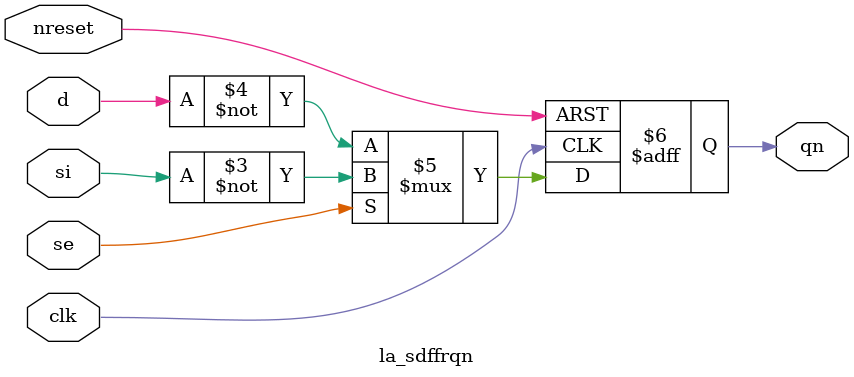
<source format=v>

module la_sdffrqn #(
    parameter PROP = "DEFAULT"
) (
    input      d,
    input      si,
    input      se,
    input      clk,
    input      nreset,
    output reg qn
);

    always @(posedge clk or negedge nreset)
        if (!nreset) qn <= 1'b1;
        else qn <= se ? ~si : ~d;

endmodule

</source>
